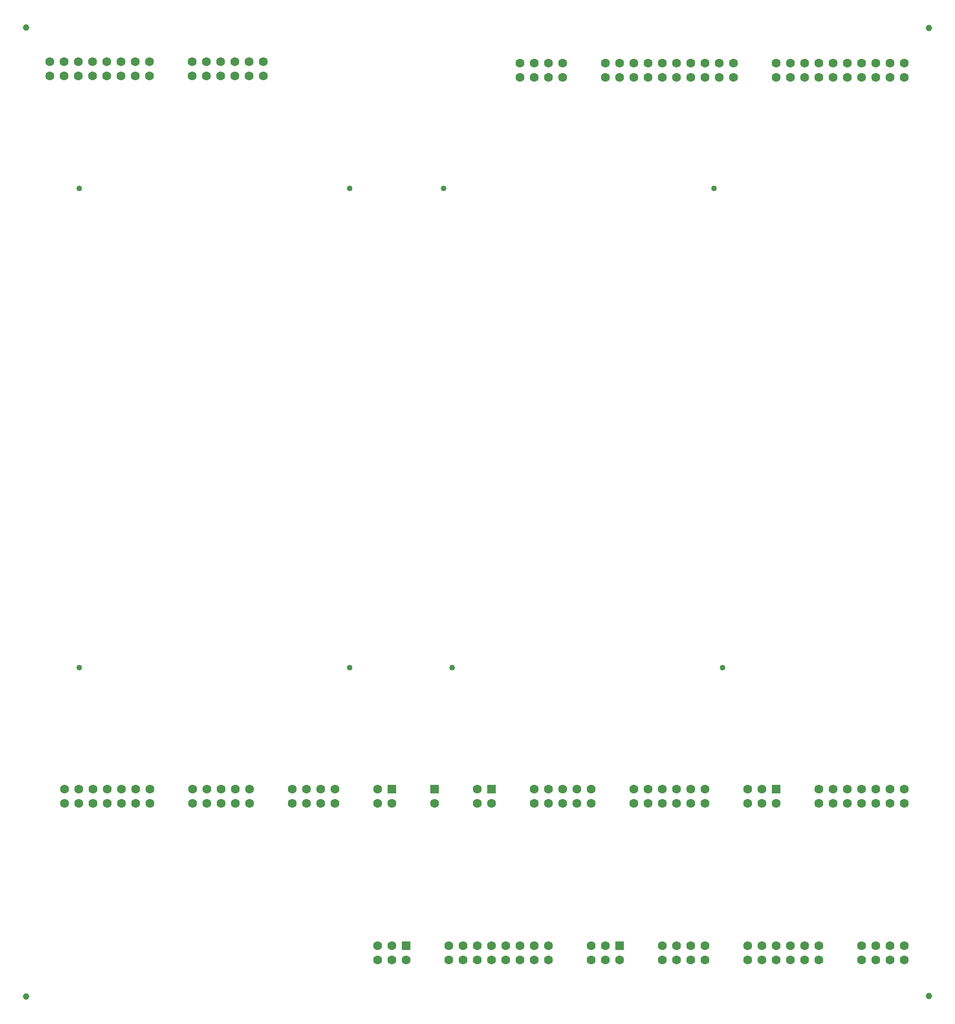
<source format=gbr>
%TF.GenerationSoftware,Altium Limited,Altium Designer,25.5.2 (35)*%
G04 Layer_Color=255*
%FSLAX45Y45*%
%MOMM*%
%TF.SameCoordinates,6948D1F0-C69E-42BD-806E-39CAA59B2E28*%
%TF.FilePolarity,Positive*%
%TF.FileFunction,Pads,Bot*%
%TF.Part,Single*%
G01*
G75*
%TA.AperFunction,WasherPad*%
%ADD13C,1.15200*%
%TA.AperFunction,ComponentPad*%
%ADD14C,1.60000*%
%ADD15R,1.60000X1.60000*%
%ADD16C,1.02000*%
%ADD17R,1.60000X1.60000*%
D13*
X-16050565Y-5148683D02*
D03*
X64396Y-5142604D02*
D03*
Y12129380D02*
D03*
X-16050565Y12135460D02*
D03*
D14*
X-1897001Y-1707876D02*
D03*
X-3167001D02*
D03*
X-6977001D02*
D03*
X-7993001D02*
D03*
X-9771001Y-4501876D02*
D03*
X-15359001Y-1707876D02*
D03*
X-11295001D02*
D03*
X-13073001D02*
D03*
X-15113002Y11531599D02*
D03*
X-14859003D02*
D03*
X-15367001Y11277599D02*
D03*
X-14859003D02*
D03*
X-15113002D02*
D03*
X-15367001Y11531599D02*
D03*
X-15621002D02*
D03*
Y11277599D02*
D03*
X-373001Y-4501876D02*
D03*
Y-4247876D02*
D03*
X-627001Y-4501876D02*
D03*
Y-4247876D02*
D03*
X-881001Y-4501876D02*
D03*
Y-4247876D02*
D03*
X-1135001Y-4501876D02*
D03*
Y-4247876D02*
D03*
X-373001Y-1707876D02*
D03*
Y-1453876D02*
D03*
X-627001Y-1707876D02*
D03*
Y-1453876D02*
D03*
X-881001Y-1707876D02*
D03*
Y-1453876D02*
D03*
X-1135001Y-1707876D02*
D03*
Y-1453876D02*
D03*
X-1389001Y-1707876D02*
D03*
Y-1453876D02*
D03*
X-1643001Y-1707876D02*
D03*
Y-1453876D02*
D03*
X-1897001D02*
D03*
X-2659001Y11500124D02*
D03*
Y11246124D02*
D03*
X-2405001Y11500124D02*
D03*
Y11246124D02*
D03*
X-2151001Y11500124D02*
D03*
Y11246124D02*
D03*
X-1897001Y11500124D02*
D03*
Y11246124D02*
D03*
X-1643001Y11500124D02*
D03*
Y11246124D02*
D03*
X-1389001Y11500124D02*
D03*
Y11246124D02*
D03*
X-1135001D02*
D03*
X-627001Y11500124D02*
D03*
X-1135001D02*
D03*
X-881001D02*
D03*
Y11246124D02*
D03*
X-627001D02*
D03*
X-373001Y11500124D02*
D03*
Y11246124D02*
D03*
X-3167001Y-1453876D02*
D03*
X-2659001Y-1707876D02*
D03*
X-2913001Y-1453876D02*
D03*
Y-1707876D02*
D03*
X-3167001Y-4247876D02*
D03*
Y-4501876D02*
D03*
X-2913001Y-4247876D02*
D03*
Y-4501876D02*
D03*
X-2659001Y-4247876D02*
D03*
Y-4501876D02*
D03*
X-2405001Y-4247876D02*
D03*
Y-4501876D02*
D03*
X-2151001Y-4247876D02*
D03*
Y-4501876D02*
D03*
X-1897001Y-4247876D02*
D03*
Y-4501876D02*
D03*
X-4691001Y-4247876D02*
D03*
Y-4501876D02*
D03*
X-4437001Y-4247876D02*
D03*
Y-4501876D02*
D03*
X-4183001Y-4247876D02*
D03*
Y-4501876D02*
D03*
X-3929001Y-4247876D02*
D03*
Y-4501876D02*
D03*
X-5199001Y-1453876D02*
D03*
Y-1707876D02*
D03*
X-4945001Y-1453876D02*
D03*
Y-1707876D02*
D03*
X-4691001Y-1453876D02*
D03*
Y-1707876D02*
D03*
X-4437001Y-1453876D02*
D03*
Y-1707876D02*
D03*
X-4183001Y-1453876D02*
D03*
Y-1707876D02*
D03*
X-3929001Y-1453876D02*
D03*
Y-1707876D02*
D03*
X-3421001Y11246124D02*
D03*
Y11500124D02*
D03*
X-3675001Y11246124D02*
D03*
X-3929001D02*
D03*
Y11500124D02*
D03*
X-4183001D02*
D03*
X-3675001D02*
D03*
X-4183001Y11246124D02*
D03*
X-4437001D02*
D03*
Y11500124D02*
D03*
X-4691001Y11246124D02*
D03*
Y11500124D02*
D03*
X-4945001Y11246124D02*
D03*
Y11500124D02*
D03*
X-5199001Y11246124D02*
D03*
Y11500124D02*
D03*
X-5453001Y11246124D02*
D03*
Y11500124D02*
D03*
X-5707001Y11246124D02*
D03*
Y11500124D02*
D03*
X-5961001Y-4247876D02*
D03*
X-5453001Y-4501876D02*
D03*
X-5707001Y-4247876D02*
D03*
X-5961001Y-4501876D02*
D03*
X-5707001D02*
D03*
X-5961001Y-1707876D02*
D03*
Y-1453876D02*
D03*
X-6215001Y-1707876D02*
D03*
Y-1453876D02*
D03*
X-6469001Y-1707876D02*
D03*
Y-1453876D02*
D03*
X-6723001Y-1707876D02*
D03*
Y-1453876D02*
D03*
X-6977001D02*
D03*
X-6469001Y11246124D02*
D03*
Y11500124D02*
D03*
X-6723001Y11246124D02*
D03*
Y11500124D02*
D03*
X-6977001Y11246124D02*
D03*
Y11500124D02*
D03*
X-7231001Y11246124D02*
D03*
Y11500124D02*
D03*
X-7739001Y-1707876D02*
D03*
X-7993001Y-1453876D02*
D03*
X-6723001Y-4501876D02*
D03*
Y-4247876D02*
D03*
X-6977001Y-4501876D02*
D03*
Y-4247876D02*
D03*
X-7231001Y-4501876D02*
D03*
Y-4247876D02*
D03*
X-7485001Y-4501876D02*
D03*
Y-4247876D02*
D03*
X-7739001Y-4501876D02*
D03*
Y-4247876D02*
D03*
X-7993001Y-4501876D02*
D03*
Y-4247876D02*
D03*
X-8247001Y-4501876D02*
D03*
Y-4247876D02*
D03*
X-8501001Y-4501876D02*
D03*
Y-4247876D02*
D03*
X-8755001Y-1707876D02*
D03*
X-9771001Y-1453876D02*
D03*
X-9517001Y-1707876D02*
D03*
X-9771001D02*
D03*
X-9517001Y-4501876D02*
D03*
Y-4247876D02*
D03*
X-9263001Y-4501876D02*
D03*
X-9771001Y-4247876D02*
D03*
X-10533001Y-1707876D02*
D03*
Y-1453876D02*
D03*
X-10787001Y-1707876D02*
D03*
Y-1453876D02*
D03*
X-11041001Y-1707876D02*
D03*
Y-1453876D02*
D03*
X-11295001D02*
D03*
X-13081001Y11531599D02*
D03*
Y11277599D02*
D03*
X-12827002Y11531599D02*
D03*
Y11277599D02*
D03*
X-12573002Y11531599D02*
D03*
Y11277599D02*
D03*
X-12319002Y11531599D02*
D03*
Y11277599D02*
D03*
X-12065002Y11531599D02*
D03*
Y11277599D02*
D03*
X-11811002Y11531599D02*
D03*
Y11277599D02*
D03*
X-13073001Y-1453876D02*
D03*
X-12819000D02*
D03*
Y-1707876D02*
D03*
X-12565001Y-1453876D02*
D03*
Y-1707876D02*
D03*
X-12311001Y-1453876D02*
D03*
Y-1707876D02*
D03*
X-12057001Y-1453876D02*
D03*
Y-1707876D02*
D03*
X-13843002Y11277599D02*
D03*
Y11531599D02*
D03*
X-14097002Y11277599D02*
D03*
Y11531599D02*
D03*
X-14351003Y11277599D02*
D03*
Y11531599D02*
D03*
X-14605002Y11277599D02*
D03*
Y11531599D02*
D03*
X-13835001Y-1707876D02*
D03*
Y-1453876D02*
D03*
X-14089001Y-1707876D02*
D03*
Y-1453876D02*
D03*
X-14343001Y-1707876D02*
D03*
Y-1453876D02*
D03*
X-14597002Y-1707876D02*
D03*
Y-1453876D02*
D03*
X-14851001Y-1707876D02*
D03*
Y-1453876D02*
D03*
X-15105000Y-1707876D02*
D03*
Y-1453876D02*
D03*
X-15359001D02*
D03*
D15*
X-2659001D02*
D03*
X-5453001Y-4247876D02*
D03*
X-7739001Y-1453876D02*
D03*
X-9517001D02*
D03*
X-9263001Y-4247876D02*
D03*
D16*
X-3617500Y716645D02*
D03*
X-8443500D02*
D03*
X-3769900Y9268825D02*
D03*
X-8595900D02*
D03*
X-10272300Y716645D02*
D03*
X-15098300D02*
D03*
X-10272300Y9268825D02*
D03*
X-15098300D02*
D03*
D17*
X-8755001Y-1453876D02*
D03*
%TF.MD5,48eea50bd828cac7cbbd39c24869b648*%
M02*

</source>
